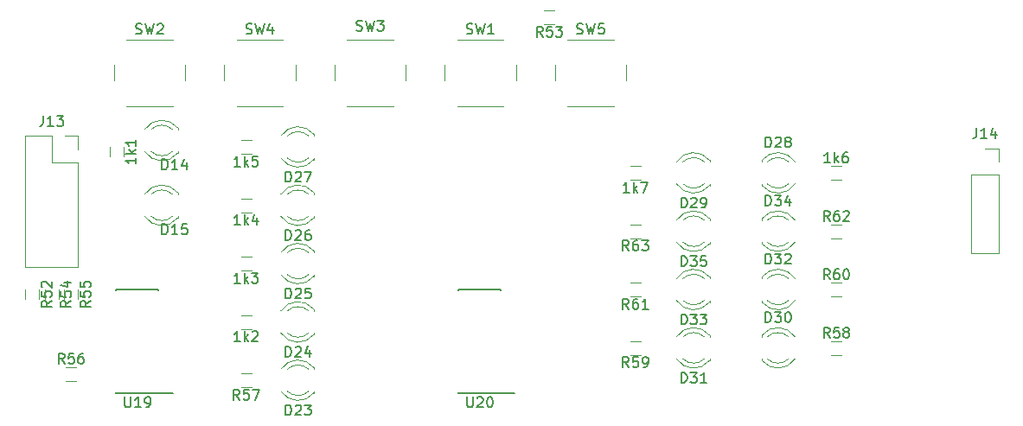
<source format=gbr>
G04 #@! TF.GenerationSoftware,KiCad,Pcbnew,(5.1.5)-3*
G04 #@! TF.CreationDate,2020-07-08T10:13:06+02:00*
G04 #@! TF.ProjectId,SBIO3,5342494f-332e-46b6-9963-61645f706362,rev?*
G04 #@! TF.SameCoordinates,Original*
G04 #@! TF.FileFunction,Legend,Top*
G04 #@! TF.FilePolarity,Positive*
%FSLAX46Y46*%
G04 Gerber Fmt 4.6, Leading zero omitted, Abs format (unit mm)*
G04 Created by KiCad (PCBNEW (5.1.5)-3) date 2020-07-08 10:13:06*
%MOMM*%
%LPD*%
G04 APERTURE LIST*
%ADD10C,0.120000*%
%ADD11C,0.150000*%
G04 APERTURE END LIST*
D10*
X69815000Y-162284000D02*
X71145000Y-162284000D01*
X71145000Y-162284000D02*
X71145000Y-163614000D01*
X68545000Y-162284000D02*
X68545000Y-164884000D01*
X68545000Y-164884000D02*
X71145000Y-164884000D01*
X71145000Y-164884000D02*
X71145000Y-175104000D01*
X65945000Y-175104000D02*
X71145000Y-175104000D01*
X65945000Y-162284000D02*
X65945000Y-175104000D01*
X65945000Y-162284000D02*
X68545000Y-162284000D01*
X159921500Y-163490500D02*
X161251500Y-163490500D01*
X161251500Y-163490500D02*
X161251500Y-164820500D01*
X161251500Y-166090500D02*
X161251500Y-173770500D01*
X158591500Y-173770500D02*
X161251500Y-173770500D01*
X158591500Y-166090500D02*
X158591500Y-173770500D01*
X158591500Y-166090500D02*
X161251500Y-166090500D01*
X78298870Y-167995163D02*
G75*
G02X80380961Y-167995000I1041130J-1079837D01*
G01*
X78298870Y-170154837D02*
G75*
G03X80380961Y-170155000I1041130J1079837D01*
G01*
X77667665Y-167996392D02*
G75*
G02X80900000Y-167839484I1672335J-1078608D01*
G01*
X77667665Y-170153608D02*
G75*
G03X80900000Y-170310516I1672335J1078608D01*
G01*
X80900000Y-167995000D02*
X80900000Y-167839000D01*
X80900000Y-170311000D02*
X80900000Y-170155000D01*
X78298870Y-161645163D02*
G75*
G02X80380961Y-161645000I1041130J-1079837D01*
G01*
X78298870Y-163804837D02*
G75*
G03X80380961Y-163805000I1041130J1079837D01*
G01*
X77667665Y-161646392D02*
G75*
G02X80900000Y-161489484I1672335J-1078608D01*
G01*
X77667665Y-163803608D02*
G75*
G03X80900000Y-163960516I1672335J1078608D01*
G01*
X80900000Y-161645000D02*
X80900000Y-161489000D01*
X80900000Y-163961000D02*
X80900000Y-163805000D01*
D11*
X79035000Y-187485000D02*
X79035000Y-187460000D01*
X74885000Y-187485000D02*
X74885000Y-187380000D01*
X74885000Y-177335000D02*
X74885000Y-177440000D01*
X79035000Y-177335000D02*
X79035000Y-177440000D01*
X79035000Y-187485000D02*
X74885000Y-187485000D01*
X79035000Y-177335000D02*
X74885000Y-177335000D01*
X79035000Y-187460000D02*
X80410000Y-187460000D01*
D10*
X114030000Y-156835000D02*
X114030000Y-155335000D01*
X112780000Y-152835000D02*
X108280000Y-152835000D01*
X107030000Y-155335000D02*
X107030000Y-156835000D01*
X108280000Y-159335000D02*
X112780000Y-159335000D01*
X75895000Y-159335000D02*
X80395000Y-159335000D01*
X74645000Y-155335000D02*
X74645000Y-156835000D01*
X80395000Y-152835000D02*
X75895000Y-152835000D01*
X81645000Y-156835000D02*
X81645000Y-155335000D01*
D11*
X112530000Y-187460000D02*
X113905000Y-187460000D01*
X112530000Y-177335000D02*
X108380000Y-177335000D01*
X112530000Y-187485000D02*
X108380000Y-187485000D01*
X112530000Y-177335000D02*
X112530000Y-177440000D01*
X108380000Y-177335000D02*
X108380000Y-177440000D01*
X108380000Y-187485000D02*
X108380000Y-187380000D01*
X112530000Y-187485000D02*
X112530000Y-187460000D01*
D10*
X86690000Y-159335000D02*
X91190000Y-159335000D01*
X85440000Y-155335000D02*
X85440000Y-156835000D01*
X91190000Y-152835000D02*
X86690000Y-152835000D01*
X92440000Y-156835000D02*
X92440000Y-155335000D01*
X124825000Y-156835000D02*
X124825000Y-155335000D01*
X123575000Y-152835000D02*
X119075000Y-152835000D01*
X117825000Y-155335000D02*
X117825000Y-156835000D01*
X119075000Y-159335000D02*
X123575000Y-159335000D01*
X103235000Y-156835000D02*
X103235000Y-155335000D01*
X101985000Y-152835000D02*
X97485000Y-152835000D01*
X96235000Y-155335000D02*
X96235000Y-156835000D01*
X97485000Y-159335000D02*
X101985000Y-159335000D01*
X132970000Y-170535000D02*
X132970000Y-170379000D01*
X132970000Y-172851000D02*
X132970000Y-172695000D01*
X130368870Y-170535163D02*
G75*
G02X132450961Y-170535000I1041130J-1079837D01*
G01*
X130368870Y-172694837D02*
G75*
G03X132450961Y-172695000I1041130J1079837D01*
G01*
X129737665Y-170536392D02*
G75*
G02X132970000Y-170379484I1672335J-1078608D01*
G01*
X129737665Y-172693608D02*
G75*
G03X132970000Y-172850516I1672335J1078608D01*
G01*
X88095000Y-186900000D02*
X87095000Y-186900000D01*
X87095000Y-185540000D02*
X88095000Y-185540000D01*
X145880000Y-172295000D02*
X144880000Y-172295000D01*
X144880000Y-170935000D02*
X145880000Y-170935000D01*
X91002665Y-187298608D02*
G75*
G03X94235000Y-187455516I1672335J1078608D01*
G01*
X91002665Y-185141392D02*
G75*
G02X94235000Y-184984484I1672335J-1078608D01*
G01*
X91633870Y-187299837D02*
G75*
G03X93715961Y-187300000I1041130J1079837D01*
G01*
X91633870Y-185140163D02*
G75*
G02X93715961Y-185140000I1041130J-1079837D01*
G01*
X94235000Y-187456000D02*
X94235000Y-187300000D01*
X94235000Y-185140000D02*
X94235000Y-184984000D01*
X94235000Y-167995000D02*
X94235000Y-167839000D01*
X94235000Y-170311000D02*
X94235000Y-170155000D01*
X91633870Y-167995163D02*
G75*
G02X93715961Y-167995000I1041130J-1079837D01*
G01*
X91633870Y-170154837D02*
G75*
G03X93715961Y-170155000I1041130J1079837D01*
G01*
X91002665Y-167996392D02*
G75*
G02X94235000Y-167839484I1672335J-1078608D01*
G01*
X91002665Y-170153608D02*
G75*
G03X94235000Y-170310516I1672335J1078608D01*
G01*
X94235000Y-162280000D02*
X94235000Y-162124000D01*
X94235000Y-164596000D02*
X94235000Y-164440000D01*
X91633870Y-162280163D02*
G75*
G02X93715961Y-162280000I1041130J-1079837D01*
G01*
X91633870Y-164439837D02*
G75*
G03X93715961Y-164440000I1041130J1079837D01*
G01*
X91002665Y-162281392D02*
G75*
G02X94235000Y-162124484I1672335J-1078608D01*
G01*
X91002665Y-164438608D02*
G75*
G03X94235000Y-164595516I1672335J1078608D01*
G01*
X129737665Y-184123608D02*
G75*
G03X132970000Y-184280516I1672335J1078608D01*
G01*
X129737665Y-181966392D02*
G75*
G02X132970000Y-181809484I1672335J-1078608D01*
G01*
X130368870Y-184124837D02*
G75*
G03X132450961Y-184125000I1041130J1079837D01*
G01*
X130368870Y-181965163D02*
G75*
G02X132450961Y-181965000I1041130J-1079837D01*
G01*
X132970000Y-184281000D02*
X132970000Y-184125000D01*
X132970000Y-181965000D02*
X132970000Y-181809000D01*
X141337335Y-176251392D02*
G75*
G03X138105000Y-176094484I-1672335J-1078608D01*
G01*
X141337335Y-178408608D02*
G75*
G02X138105000Y-178565516I-1672335J1078608D01*
G01*
X140706130Y-176250163D02*
G75*
G03X138624039Y-176250000I-1041130J-1079837D01*
G01*
X140706130Y-178409837D02*
G75*
G02X138624039Y-178410000I-1041130J1079837D01*
G01*
X138105000Y-176094000D02*
X138105000Y-176250000D01*
X138105000Y-178410000D02*
X138105000Y-178566000D01*
X132970000Y-164820000D02*
X132970000Y-164664000D01*
X132970000Y-167136000D02*
X132970000Y-166980000D01*
X130368870Y-164820163D02*
G75*
G02X132450961Y-164820000I1041130J-1079837D01*
G01*
X130368870Y-166979837D02*
G75*
G03X132450961Y-166980000I1041130J1079837D01*
G01*
X129737665Y-164821392D02*
G75*
G02X132970000Y-164664484I1672335J-1078608D01*
G01*
X129737665Y-166978608D02*
G75*
G03X132970000Y-167135516I1672335J1078608D01*
G01*
X65960000Y-178295000D02*
X65960000Y-177295000D01*
X67320000Y-177295000D02*
X67320000Y-178295000D01*
X69950000Y-184905000D02*
X70950000Y-184905000D01*
X70950000Y-186265000D02*
X69950000Y-186265000D01*
X126195000Y-178010000D02*
X125195000Y-178010000D01*
X125195000Y-176650000D02*
X126195000Y-176650000D01*
X88095000Y-169755000D02*
X87095000Y-169755000D01*
X87095000Y-168395000D02*
X88095000Y-168395000D01*
X125195000Y-165220000D02*
X126195000Y-165220000D01*
X126195000Y-166580000D02*
X125195000Y-166580000D01*
X94235000Y-173710000D02*
X94235000Y-173554000D01*
X94235000Y-176026000D02*
X94235000Y-175870000D01*
X91633870Y-173710163D02*
G75*
G02X93715961Y-173710000I1041130J-1079837D01*
G01*
X91633870Y-175869837D02*
G75*
G03X93715961Y-175870000I1041130J1079837D01*
G01*
X91002665Y-173711392D02*
G75*
G02X94235000Y-173554484I1672335J-1078608D01*
G01*
X91002665Y-175868608D02*
G75*
G03X94235000Y-176025516I1672335J1078608D01*
G01*
X141337335Y-170536392D02*
G75*
G03X138105000Y-170379484I-1672335J-1078608D01*
G01*
X141337335Y-172693608D02*
G75*
G02X138105000Y-172850516I-1672335J1078608D01*
G01*
X140706130Y-170535163D02*
G75*
G03X138624039Y-170535000I-1041130J-1079837D01*
G01*
X140706130Y-172694837D02*
G75*
G02X138624039Y-172695000I-1041130J1079837D01*
G01*
X138105000Y-170379000D02*
X138105000Y-170535000D01*
X138105000Y-172695000D02*
X138105000Y-172851000D01*
X87095000Y-162680000D02*
X88095000Y-162680000D01*
X88095000Y-164040000D02*
X87095000Y-164040000D01*
X74215000Y-164325000D02*
X74215000Y-163325000D01*
X75575000Y-163325000D02*
X75575000Y-164325000D01*
X87095000Y-174110000D02*
X88095000Y-174110000D01*
X88095000Y-175470000D02*
X87095000Y-175470000D01*
X88095000Y-181185000D02*
X87095000Y-181185000D01*
X87095000Y-179825000D02*
X88095000Y-179825000D01*
X141337335Y-181966392D02*
G75*
G03X138105000Y-181809484I-1672335J-1078608D01*
G01*
X141337335Y-184123608D02*
G75*
G02X138105000Y-184280516I-1672335J1078608D01*
G01*
X140706130Y-181965163D02*
G75*
G03X138624039Y-181965000I-1041130J-1079837D01*
G01*
X140706130Y-184124837D02*
G75*
G02X138624039Y-184125000I-1041130J1079837D01*
G01*
X138105000Y-181809000D02*
X138105000Y-181965000D01*
X138105000Y-184125000D02*
X138105000Y-184281000D01*
X129737665Y-178408608D02*
G75*
G03X132970000Y-178565516I1672335J1078608D01*
G01*
X129737665Y-176251392D02*
G75*
G02X132970000Y-176094484I1672335J-1078608D01*
G01*
X130368870Y-178409837D02*
G75*
G03X132450961Y-178410000I1041130J1079837D01*
G01*
X130368870Y-176250163D02*
G75*
G02X132450961Y-176250000I1041130J-1079837D01*
G01*
X132970000Y-178566000D02*
X132970000Y-178410000D01*
X132970000Y-176250000D02*
X132970000Y-176094000D01*
X69225000Y-177295000D02*
X69225000Y-178295000D01*
X67865000Y-178295000D02*
X67865000Y-177295000D01*
X138105000Y-166980000D02*
X138105000Y-167136000D01*
X138105000Y-164664000D02*
X138105000Y-164820000D01*
X140706130Y-166979837D02*
G75*
G02X138624039Y-166980000I-1041130J1079837D01*
G01*
X140706130Y-164820163D02*
G75*
G03X138624039Y-164820000I-1041130J-1079837D01*
G01*
X141337335Y-166978608D02*
G75*
G02X138105000Y-167135516I-1672335J1078608D01*
G01*
X141337335Y-164821392D02*
G75*
G03X138105000Y-164664484I-1672335J-1078608D01*
G01*
X71130000Y-177295000D02*
X71130000Y-178295000D01*
X69770000Y-178295000D02*
X69770000Y-177295000D01*
X144880000Y-182365000D02*
X145880000Y-182365000D01*
X145880000Y-183725000D02*
X144880000Y-183725000D01*
X116770000Y-149980000D02*
X117770000Y-149980000D01*
X117770000Y-151340000D02*
X116770000Y-151340000D01*
X144880000Y-165220000D02*
X145880000Y-165220000D01*
X145880000Y-166580000D02*
X144880000Y-166580000D01*
X125195000Y-182365000D02*
X126195000Y-182365000D01*
X126195000Y-183725000D02*
X125195000Y-183725000D01*
X144880000Y-176650000D02*
X145880000Y-176650000D01*
X145880000Y-178010000D02*
X144880000Y-178010000D01*
X125195000Y-170935000D02*
X126195000Y-170935000D01*
X126195000Y-172295000D02*
X125195000Y-172295000D01*
X94235000Y-179425000D02*
X94235000Y-179269000D01*
X94235000Y-181741000D02*
X94235000Y-181585000D01*
X91633870Y-179425163D02*
G75*
G02X93715961Y-179425000I1041130J-1079837D01*
G01*
X91633870Y-181584837D02*
G75*
G03X93715961Y-181585000I1041130J1079837D01*
G01*
X91002665Y-179426392D02*
G75*
G02X94235000Y-179269484I1672335J-1078608D01*
G01*
X91002665Y-181583608D02*
G75*
G03X94235000Y-181740516I1672335J1078608D01*
G01*
D11*
X67735476Y-160296380D02*
X67735476Y-161010666D01*
X67687857Y-161153523D01*
X67592619Y-161248761D01*
X67449761Y-161296380D01*
X67354523Y-161296380D01*
X68735476Y-161296380D02*
X68164047Y-161296380D01*
X68449761Y-161296380D02*
X68449761Y-160296380D01*
X68354523Y-160439238D01*
X68259285Y-160534476D01*
X68164047Y-160582095D01*
X69068809Y-160296380D02*
X69687857Y-160296380D01*
X69354523Y-160677333D01*
X69497380Y-160677333D01*
X69592619Y-160724952D01*
X69640238Y-160772571D01*
X69687857Y-160867809D01*
X69687857Y-161105904D01*
X69640238Y-161201142D01*
X69592619Y-161248761D01*
X69497380Y-161296380D01*
X69211666Y-161296380D01*
X69116428Y-161248761D01*
X69068809Y-161201142D01*
X159111976Y-161502880D02*
X159111976Y-162217166D01*
X159064357Y-162360023D01*
X158969119Y-162455261D01*
X158826261Y-162502880D01*
X158731023Y-162502880D01*
X160111976Y-162502880D02*
X159540547Y-162502880D01*
X159826261Y-162502880D02*
X159826261Y-161502880D01*
X159731023Y-161645738D01*
X159635785Y-161740976D01*
X159540547Y-161788595D01*
X160969119Y-161836214D02*
X160969119Y-162502880D01*
X160731023Y-161455261D02*
X160492928Y-162169547D01*
X161111976Y-162169547D01*
X79370314Y-171914980D02*
X79370314Y-170914980D01*
X79608409Y-170914980D01*
X79751266Y-170962600D01*
X79846504Y-171057838D01*
X79894123Y-171153076D01*
X79941742Y-171343552D01*
X79941742Y-171486409D01*
X79894123Y-171676885D01*
X79846504Y-171772123D01*
X79751266Y-171867361D01*
X79608409Y-171914980D01*
X79370314Y-171914980D01*
X80894123Y-171914980D02*
X80322695Y-171914980D01*
X80608409Y-171914980D02*
X80608409Y-170914980D01*
X80513171Y-171057838D01*
X80417933Y-171153076D01*
X80322695Y-171200695D01*
X81798885Y-170914980D02*
X81322695Y-170914980D01*
X81275076Y-171391171D01*
X81322695Y-171343552D01*
X81417933Y-171295933D01*
X81656028Y-171295933D01*
X81751266Y-171343552D01*
X81798885Y-171391171D01*
X81846504Y-171486409D01*
X81846504Y-171724504D01*
X81798885Y-171819742D01*
X81751266Y-171867361D01*
X81656028Y-171914980D01*
X81417933Y-171914980D01*
X81322695Y-171867361D01*
X81275076Y-171819742D01*
X79370314Y-165564980D02*
X79370314Y-164564980D01*
X79608409Y-164564980D01*
X79751266Y-164612600D01*
X79846504Y-164707838D01*
X79894123Y-164803076D01*
X79941742Y-164993552D01*
X79941742Y-165136409D01*
X79894123Y-165326885D01*
X79846504Y-165422123D01*
X79751266Y-165517361D01*
X79608409Y-165564980D01*
X79370314Y-165564980D01*
X80894123Y-165564980D02*
X80322695Y-165564980D01*
X80608409Y-165564980D02*
X80608409Y-164564980D01*
X80513171Y-164707838D01*
X80417933Y-164803076D01*
X80322695Y-164850695D01*
X81751266Y-164898314D02*
X81751266Y-165564980D01*
X81513171Y-164517361D02*
X81275076Y-165231647D01*
X81894123Y-165231647D01*
X75721904Y-187862380D02*
X75721904Y-188671904D01*
X75769523Y-188767142D01*
X75817142Y-188814761D01*
X75912380Y-188862380D01*
X76102857Y-188862380D01*
X76198095Y-188814761D01*
X76245714Y-188767142D01*
X76293333Y-188671904D01*
X76293333Y-187862380D01*
X77293333Y-188862380D02*
X76721904Y-188862380D01*
X77007619Y-188862380D02*
X77007619Y-187862380D01*
X76912380Y-188005238D01*
X76817142Y-188100476D01*
X76721904Y-188148095D01*
X77769523Y-188862380D02*
X77960000Y-188862380D01*
X78055238Y-188814761D01*
X78102857Y-188767142D01*
X78198095Y-188624285D01*
X78245714Y-188433809D01*
X78245714Y-188052857D01*
X78198095Y-187957619D01*
X78150476Y-187910000D01*
X78055238Y-187862380D01*
X77864761Y-187862380D01*
X77769523Y-187910000D01*
X77721904Y-187957619D01*
X77674285Y-188052857D01*
X77674285Y-188290952D01*
X77721904Y-188386190D01*
X77769523Y-188433809D01*
X77864761Y-188481428D01*
X78055238Y-188481428D01*
X78150476Y-188433809D01*
X78198095Y-188386190D01*
X78245714Y-188290952D01*
X109196666Y-152239761D02*
X109339523Y-152287380D01*
X109577619Y-152287380D01*
X109672857Y-152239761D01*
X109720476Y-152192142D01*
X109768095Y-152096904D01*
X109768095Y-152001666D01*
X109720476Y-151906428D01*
X109672857Y-151858809D01*
X109577619Y-151811190D01*
X109387142Y-151763571D01*
X109291904Y-151715952D01*
X109244285Y-151668333D01*
X109196666Y-151573095D01*
X109196666Y-151477857D01*
X109244285Y-151382619D01*
X109291904Y-151335000D01*
X109387142Y-151287380D01*
X109625238Y-151287380D01*
X109768095Y-151335000D01*
X110101428Y-151287380D02*
X110339523Y-152287380D01*
X110530000Y-151573095D01*
X110720476Y-152287380D01*
X110958571Y-151287380D01*
X111863333Y-152287380D02*
X111291904Y-152287380D01*
X111577619Y-152287380D02*
X111577619Y-151287380D01*
X111482380Y-151430238D01*
X111387142Y-151525476D01*
X111291904Y-151573095D01*
X76811666Y-152239761D02*
X76954523Y-152287380D01*
X77192619Y-152287380D01*
X77287857Y-152239761D01*
X77335476Y-152192142D01*
X77383095Y-152096904D01*
X77383095Y-152001666D01*
X77335476Y-151906428D01*
X77287857Y-151858809D01*
X77192619Y-151811190D01*
X77002142Y-151763571D01*
X76906904Y-151715952D01*
X76859285Y-151668333D01*
X76811666Y-151573095D01*
X76811666Y-151477857D01*
X76859285Y-151382619D01*
X76906904Y-151335000D01*
X77002142Y-151287380D01*
X77240238Y-151287380D01*
X77383095Y-151335000D01*
X77716428Y-151287380D02*
X77954523Y-152287380D01*
X78145000Y-151573095D01*
X78335476Y-152287380D01*
X78573571Y-151287380D01*
X78906904Y-151382619D02*
X78954523Y-151335000D01*
X79049761Y-151287380D01*
X79287857Y-151287380D01*
X79383095Y-151335000D01*
X79430714Y-151382619D01*
X79478333Y-151477857D01*
X79478333Y-151573095D01*
X79430714Y-151715952D01*
X78859285Y-152287380D01*
X79478333Y-152287380D01*
X109216904Y-187862380D02*
X109216904Y-188671904D01*
X109264523Y-188767142D01*
X109312142Y-188814761D01*
X109407380Y-188862380D01*
X109597857Y-188862380D01*
X109693095Y-188814761D01*
X109740714Y-188767142D01*
X109788333Y-188671904D01*
X109788333Y-187862380D01*
X110216904Y-187957619D02*
X110264523Y-187910000D01*
X110359761Y-187862380D01*
X110597857Y-187862380D01*
X110693095Y-187910000D01*
X110740714Y-187957619D01*
X110788333Y-188052857D01*
X110788333Y-188148095D01*
X110740714Y-188290952D01*
X110169285Y-188862380D01*
X110788333Y-188862380D01*
X111407380Y-187862380D02*
X111502619Y-187862380D01*
X111597857Y-187910000D01*
X111645476Y-187957619D01*
X111693095Y-188052857D01*
X111740714Y-188243333D01*
X111740714Y-188481428D01*
X111693095Y-188671904D01*
X111645476Y-188767142D01*
X111597857Y-188814761D01*
X111502619Y-188862380D01*
X111407380Y-188862380D01*
X111312142Y-188814761D01*
X111264523Y-188767142D01*
X111216904Y-188671904D01*
X111169285Y-188481428D01*
X111169285Y-188243333D01*
X111216904Y-188052857D01*
X111264523Y-187957619D01*
X111312142Y-187910000D01*
X111407380Y-187862380D01*
X87606666Y-152239761D02*
X87749523Y-152287380D01*
X87987619Y-152287380D01*
X88082857Y-152239761D01*
X88130476Y-152192142D01*
X88178095Y-152096904D01*
X88178095Y-152001666D01*
X88130476Y-151906428D01*
X88082857Y-151858809D01*
X87987619Y-151811190D01*
X87797142Y-151763571D01*
X87701904Y-151715952D01*
X87654285Y-151668333D01*
X87606666Y-151573095D01*
X87606666Y-151477857D01*
X87654285Y-151382619D01*
X87701904Y-151335000D01*
X87797142Y-151287380D01*
X88035238Y-151287380D01*
X88178095Y-151335000D01*
X88511428Y-151287380D02*
X88749523Y-152287380D01*
X88940000Y-151573095D01*
X89130476Y-152287380D01*
X89368571Y-151287380D01*
X90178095Y-151620714D02*
X90178095Y-152287380D01*
X89940000Y-151239761D02*
X89701904Y-151954047D01*
X90320952Y-151954047D01*
X119991666Y-152239761D02*
X120134523Y-152287380D01*
X120372619Y-152287380D01*
X120467857Y-152239761D01*
X120515476Y-152192142D01*
X120563095Y-152096904D01*
X120563095Y-152001666D01*
X120515476Y-151906428D01*
X120467857Y-151858809D01*
X120372619Y-151811190D01*
X120182142Y-151763571D01*
X120086904Y-151715952D01*
X120039285Y-151668333D01*
X119991666Y-151573095D01*
X119991666Y-151477857D01*
X120039285Y-151382619D01*
X120086904Y-151335000D01*
X120182142Y-151287380D01*
X120420238Y-151287380D01*
X120563095Y-151335000D01*
X120896428Y-151287380D02*
X121134523Y-152287380D01*
X121325000Y-151573095D01*
X121515476Y-152287380D01*
X121753571Y-151287380D01*
X122610714Y-151287380D02*
X122134523Y-151287380D01*
X122086904Y-151763571D01*
X122134523Y-151715952D01*
X122229761Y-151668333D01*
X122467857Y-151668333D01*
X122563095Y-151715952D01*
X122610714Y-151763571D01*
X122658333Y-151858809D01*
X122658333Y-152096904D01*
X122610714Y-152192142D01*
X122563095Y-152239761D01*
X122467857Y-152287380D01*
X122229761Y-152287380D01*
X122134523Y-152239761D01*
X122086904Y-152192142D01*
X98393665Y-151923760D02*
X98536522Y-151971379D01*
X98774618Y-151971379D01*
X98869856Y-151923760D01*
X98917475Y-151876141D01*
X98965094Y-151780903D01*
X98965094Y-151685665D01*
X98917475Y-151590427D01*
X98869856Y-151542808D01*
X98774618Y-151495189D01*
X98584141Y-151447570D01*
X98488903Y-151399951D01*
X98441284Y-151352332D01*
X98393665Y-151257094D01*
X98393665Y-151161856D01*
X98441284Y-151066618D01*
X98488903Y-151018999D01*
X98584141Y-150971379D01*
X98822237Y-150971379D01*
X98965094Y-151018999D01*
X99298427Y-150971379D02*
X99536522Y-151971379D01*
X99726999Y-151257094D01*
X99917475Y-151971379D01*
X100155570Y-150971379D01*
X100441284Y-150971379D02*
X101060332Y-150971379D01*
X100726999Y-151352332D01*
X100869856Y-151352332D01*
X100965094Y-151399951D01*
X101012713Y-151447570D01*
X101060332Y-151542808D01*
X101060332Y-151780903D01*
X101012713Y-151876141D01*
X100965094Y-151923760D01*
X100869856Y-151971379D01*
X100584141Y-151971379D01*
X100488903Y-151923760D01*
X100441284Y-151876141D01*
X130195714Y-175027380D02*
X130195714Y-174027380D01*
X130433809Y-174027380D01*
X130576666Y-174075000D01*
X130671904Y-174170238D01*
X130719523Y-174265476D01*
X130767142Y-174455952D01*
X130767142Y-174598809D01*
X130719523Y-174789285D01*
X130671904Y-174884523D01*
X130576666Y-174979761D01*
X130433809Y-175027380D01*
X130195714Y-175027380D01*
X131100476Y-174027380D02*
X131719523Y-174027380D01*
X131386190Y-174408333D01*
X131529047Y-174408333D01*
X131624285Y-174455952D01*
X131671904Y-174503571D01*
X131719523Y-174598809D01*
X131719523Y-174836904D01*
X131671904Y-174932142D01*
X131624285Y-174979761D01*
X131529047Y-175027380D01*
X131243333Y-175027380D01*
X131148095Y-174979761D01*
X131100476Y-174932142D01*
X132624285Y-174027380D02*
X132148095Y-174027380D01*
X132100476Y-174503571D01*
X132148095Y-174455952D01*
X132243333Y-174408333D01*
X132481428Y-174408333D01*
X132576666Y-174455952D01*
X132624285Y-174503571D01*
X132671904Y-174598809D01*
X132671904Y-174836904D01*
X132624285Y-174932142D01*
X132576666Y-174979761D01*
X132481428Y-175027380D01*
X132243333Y-175027380D01*
X132148095Y-174979761D01*
X132100476Y-174932142D01*
X86952142Y-188122380D02*
X86618809Y-187646190D01*
X86380714Y-188122380D02*
X86380714Y-187122380D01*
X86761666Y-187122380D01*
X86856904Y-187170000D01*
X86904523Y-187217619D01*
X86952142Y-187312857D01*
X86952142Y-187455714D01*
X86904523Y-187550952D01*
X86856904Y-187598571D01*
X86761666Y-187646190D01*
X86380714Y-187646190D01*
X87856904Y-187122380D02*
X87380714Y-187122380D01*
X87333095Y-187598571D01*
X87380714Y-187550952D01*
X87475952Y-187503333D01*
X87714047Y-187503333D01*
X87809285Y-187550952D01*
X87856904Y-187598571D01*
X87904523Y-187693809D01*
X87904523Y-187931904D01*
X87856904Y-188027142D01*
X87809285Y-188074761D01*
X87714047Y-188122380D01*
X87475952Y-188122380D01*
X87380714Y-188074761D01*
X87333095Y-188027142D01*
X88237857Y-187122380D02*
X88904523Y-187122380D01*
X88475952Y-188122380D01*
X144737142Y-170617380D02*
X144403809Y-170141190D01*
X144165714Y-170617380D02*
X144165714Y-169617380D01*
X144546666Y-169617380D01*
X144641904Y-169665000D01*
X144689523Y-169712619D01*
X144737142Y-169807857D01*
X144737142Y-169950714D01*
X144689523Y-170045952D01*
X144641904Y-170093571D01*
X144546666Y-170141190D01*
X144165714Y-170141190D01*
X145594285Y-169617380D02*
X145403809Y-169617380D01*
X145308571Y-169665000D01*
X145260952Y-169712619D01*
X145165714Y-169855476D01*
X145118095Y-170045952D01*
X145118095Y-170426904D01*
X145165714Y-170522142D01*
X145213333Y-170569761D01*
X145308571Y-170617380D01*
X145499047Y-170617380D01*
X145594285Y-170569761D01*
X145641904Y-170522142D01*
X145689523Y-170426904D01*
X145689523Y-170188809D01*
X145641904Y-170093571D01*
X145594285Y-170045952D01*
X145499047Y-169998333D01*
X145308571Y-169998333D01*
X145213333Y-170045952D01*
X145165714Y-170093571D01*
X145118095Y-170188809D01*
X146070476Y-169712619D02*
X146118095Y-169665000D01*
X146213333Y-169617380D01*
X146451428Y-169617380D01*
X146546666Y-169665000D01*
X146594285Y-169712619D01*
X146641904Y-169807857D01*
X146641904Y-169903095D01*
X146594285Y-170045952D01*
X146022857Y-170617380D01*
X146641904Y-170617380D01*
X91460714Y-189632380D02*
X91460714Y-188632380D01*
X91698809Y-188632380D01*
X91841666Y-188680000D01*
X91936904Y-188775238D01*
X91984523Y-188870476D01*
X92032142Y-189060952D01*
X92032142Y-189203809D01*
X91984523Y-189394285D01*
X91936904Y-189489523D01*
X91841666Y-189584761D01*
X91698809Y-189632380D01*
X91460714Y-189632380D01*
X92413095Y-188727619D02*
X92460714Y-188680000D01*
X92555952Y-188632380D01*
X92794047Y-188632380D01*
X92889285Y-188680000D01*
X92936904Y-188727619D01*
X92984523Y-188822857D01*
X92984523Y-188918095D01*
X92936904Y-189060952D01*
X92365476Y-189632380D01*
X92984523Y-189632380D01*
X93317857Y-188632380D02*
X93936904Y-188632380D01*
X93603571Y-189013333D01*
X93746428Y-189013333D01*
X93841666Y-189060952D01*
X93889285Y-189108571D01*
X93936904Y-189203809D01*
X93936904Y-189441904D01*
X93889285Y-189537142D01*
X93841666Y-189584761D01*
X93746428Y-189632380D01*
X93460714Y-189632380D01*
X93365476Y-189584761D01*
X93317857Y-189537142D01*
X91460714Y-172487380D02*
X91460714Y-171487380D01*
X91698809Y-171487380D01*
X91841666Y-171535000D01*
X91936904Y-171630238D01*
X91984523Y-171725476D01*
X92032142Y-171915952D01*
X92032142Y-172058809D01*
X91984523Y-172249285D01*
X91936904Y-172344523D01*
X91841666Y-172439761D01*
X91698809Y-172487380D01*
X91460714Y-172487380D01*
X92413095Y-171582619D02*
X92460714Y-171535000D01*
X92555952Y-171487380D01*
X92794047Y-171487380D01*
X92889285Y-171535000D01*
X92936904Y-171582619D01*
X92984523Y-171677857D01*
X92984523Y-171773095D01*
X92936904Y-171915952D01*
X92365476Y-172487380D01*
X92984523Y-172487380D01*
X93841666Y-171487380D02*
X93651190Y-171487380D01*
X93555952Y-171535000D01*
X93508333Y-171582619D01*
X93413095Y-171725476D01*
X93365476Y-171915952D01*
X93365476Y-172296904D01*
X93413095Y-172392142D01*
X93460714Y-172439761D01*
X93555952Y-172487380D01*
X93746428Y-172487380D01*
X93841666Y-172439761D01*
X93889285Y-172392142D01*
X93936904Y-172296904D01*
X93936904Y-172058809D01*
X93889285Y-171963571D01*
X93841666Y-171915952D01*
X93746428Y-171868333D01*
X93555952Y-171868333D01*
X93460714Y-171915952D01*
X93413095Y-171963571D01*
X93365476Y-172058809D01*
X91460714Y-166772380D02*
X91460714Y-165772380D01*
X91698809Y-165772380D01*
X91841666Y-165820000D01*
X91936904Y-165915238D01*
X91984523Y-166010476D01*
X92032142Y-166200952D01*
X92032142Y-166343809D01*
X91984523Y-166534285D01*
X91936904Y-166629523D01*
X91841666Y-166724761D01*
X91698809Y-166772380D01*
X91460714Y-166772380D01*
X92413095Y-165867619D02*
X92460714Y-165820000D01*
X92555952Y-165772380D01*
X92794047Y-165772380D01*
X92889285Y-165820000D01*
X92936904Y-165867619D01*
X92984523Y-165962857D01*
X92984523Y-166058095D01*
X92936904Y-166200952D01*
X92365476Y-166772380D01*
X92984523Y-166772380D01*
X93317857Y-165772380D02*
X93984523Y-165772380D01*
X93555952Y-166772380D01*
X130195714Y-186457380D02*
X130195714Y-185457380D01*
X130433809Y-185457380D01*
X130576666Y-185505000D01*
X130671904Y-185600238D01*
X130719523Y-185695476D01*
X130767142Y-185885952D01*
X130767142Y-186028809D01*
X130719523Y-186219285D01*
X130671904Y-186314523D01*
X130576666Y-186409761D01*
X130433809Y-186457380D01*
X130195714Y-186457380D01*
X131100476Y-185457380D02*
X131719523Y-185457380D01*
X131386190Y-185838333D01*
X131529047Y-185838333D01*
X131624285Y-185885952D01*
X131671904Y-185933571D01*
X131719523Y-186028809D01*
X131719523Y-186266904D01*
X131671904Y-186362142D01*
X131624285Y-186409761D01*
X131529047Y-186457380D01*
X131243333Y-186457380D01*
X131148095Y-186409761D01*
X131100476Y-186362142D01*
X132671904Y-186457380D02*
X132100476Y-186457380D01*
X132386190Y-186457380D02*
X132386190Y-185457380D01*
X132290952Y-185600238D01*
X132195714Y-185695476D01*
X132100476Y-185743095D01*
X138450714Y-174822380D02*
X138450714Y-173822380D01*
X138688809Y-173822380D01*
X138831666Y-173870000D01*
X138926904Y-173965238D01*
X138974523Y-174060476D01*
X139022142Y-174250952D01*
X139022142Y-174393809D01*
X138974523Y-174584285D01*
X138926904Y-174679523D01*
X138831666Y-174774761D01*
X138688809Y-174822380D01*
X138450714Y-174822380D01*
X139355476Y-173822380D02*
X139974523Y-173822380D01*
X139641190Y-174203333D01*
X139784047Y-174203333D01*
X139879285Y-174250952D01*
X139926904Y-174298571D01*
X139974523Y-174393809D01*
X139974523Y-174631904D01*
X139926904Y-174727142D01*
X139879285Y-174774761D01*
X139784047Y-174822380D01*
X139498333Y-174822380D01*
X139403095Y-174774761D01*
X139355476Y-174727142D01*
X140355476Y-173917619D02*
X140403095Y-173870000D01*
X140498333Y-173822380D01*
X140736428Y-173822380D01*
X140831666Y-173870000D01*
X140879285Y-173917619D01*
X140926904Y-174012857D01*
X140926904Y-174108095D01*
X140879285Y-174250952D01*
X140307857Y-174822380D01*
X140926904Y-174822380D01*
X130195714Y-169312380D02*
X130195714Y-168312380D01*
X130433809Y-168312380D01*
X130576666Y-168360000D01*
X130671904Y-168455238D01*
X130719523Y-168550476D01*
X130767142Y-168740952D01*
X130767142Y-168883809D01*
X130719523Y-169074285D01*
X130671904Y-169169523D01*
X130576666Y-169264761D01*
X130433809Y-169312380D01*
X130195714Y-169312380D01*
X131148095Y-168407619D02*
X131195714Y-168360000D01*
X131290952Y-168312380D01*
X131529047Y-168312380D01*
X131624285Y-168360000D01*
X131671904Y-168407619D01*
X131719523Y-168502857D01*
X131719523Y-168598095D01*
X131671904Y-168740952D01*
X131100476Y-169312380D01*
X131719523Y-169312380D01*
X132195714Y-169312380D02*
X132386190Y-169312380D01*
X132481428Y-169264761D01*
X132529047Y-169217142D01*
X132624285Y-169074285D01*
X132671904Y-168883809D01*
X132671904Y-168502857D01*
X132624285Y-168407619D01*
X132576666Y-168360000D01*
X132481428Y-168312380D01*
X132290952Y-168312380D01*
X132195714Y-168360000D01*
X132148095Y-168407619D01*
X132100476Y-168502857D01*
X132100476Y-168740952D01*
X132148095Y-168836190D01*
X132195714Y-168883809D01*
X132290952Y-168931428D01*
X132481428Y-168931428D01*
X132576666Y-168883809D01*
X132624285Y-168836190D01*
X132671904Y-168740952D01*
X68542380Y-178437857D02*
X68066190Y-178771190D01*
X68542380Y-179009285D02*
X67542380Y-179009285D01*
X67542380Y-178628333D01*
X67590000Y-178533095D01*
X67637619Y-178485476D01*
X67732857Y-178437857D01*
X67875714Y-178437857D01*
X67970952Y-178485476D01*
X68018571Y-178533095D01*
X68066190Y-178628333D01*
X68066190Y-179009285D01*
X67542380Y-177533095D02*
X67542380Y-178009285D01*
X68018571Y-178056904D01*
X67970952Y-178009285D01*
X67923333Y-177914047D01*
X67923333Y-177675952D01*
X67970952Y-177580714D01*
X68018571Y-177533095D01*
X68113809Y-177485476D01*
X68351904Y-177485476D01*
X68447142Y-177533095D01*
X68494761Y-177580714D01*
X68542380Y-177675952D01*
X68542380Y-177914047D01*
X68494761Y-178009285D01*
X68447142Y-178056904D01*
X67637619Y-177104523D02*
X67590000Y-177056904D01*
X67542380Y-176961666D01*
X67542380Y-176723571D01*
X67590000Y-176628333D01*
X67637619Y-176580714D01*
X67732857Y-176533095D01*
X67828095Y-176533095D01*
X67970952Y-176580714D01*
X68542380Y-177152142D01*
X68542380Y-176533095D01*
X69807142Y-184587380D02*
X69473809Y-184111190D01*
X69235714Y-184587380D02*
X69235714Y-183587380D01*
X69616666Y-183587380D01*
X69711904Y-183635000D01*
X69759523Y-183682619D01*
X69807142Y-183777857D01*
X69807142Y-183920714D01*
X69759523Y-184015952D01*
X69711904Y-184063571D01*
X69616666Y-184111190D01*
X69235714Y-184111190D01*
X70711904Y-183587380D02*
X70235714Y-183587380D01*
X70188095Y-184063571D01*
X70235714Y-184015952D01*
X70330952Y-183968333D01*
X70569047Y-183968333D01*
X70664285Y-184015952D01*
X70711904Y-184063571D01*
X70759523Y-184158809D01*
X70759523Y-184396904D01*
X70711904Y-184492142D01*
X70664285Y-184539761D01*
X70569047Y-184587380D01*
X70330952Y-184587380D01*
X70235714Y-184539761D01*
X70188095Y-184492142D01*
X71616666Y-183587380D02*
X71426190Y-183587380D01*
X71330952Y-183635000D01*
X71283333Y-183682619D01*
X71188095Y-183825476D01*
X71140476Y-184015952D01*
X71140476Y-184396904D01*
X71188095Y-184492142D01*
X71235714Y-184539761D01*
X71330952Y-184587380D01*
X71521428Y-184587380D01*
X71616666Y-184539761D01*
X71664285Y-184492142D01*
X71711904Y-184396904D01*
X71711904Y-184158809D01*
X71664285Y-184063571D01*
X71616666Y-184015952D01*
X71521428Y-183968333D01*
X71330952Y-183968333D01*
X71235714Y-184015952D01*
X71188095Y-184063571D01*
X71140476Y-184158809D01*
X125052142Y-179232380D02*
X124718809Y-178756190D01*
X124480714Y-179232380D02*
X124480714Y-178232380D01*
X124861666Y-178232380D01*
X124956904Y-178280000D01*
X125004523Y-178327619D01*
X125052142Y-178422857D01*
X125052142Y-178565714D01*
X125004523Y-178660952D01*
X124956904Y-178708571D01*
X124861666Y-178756190D01*
X124480714Y-178756190D01*
X125909285Y-178232380D02*
X125718809Y-178232380D01*
X125623571Y-178280000D01*
X125575952Y-178327619D01*
X125480714Y-178470476D01*
X125433095Y-178660952D01*
X125433095Y-179041904D01*
X125480714Y-179137142D01*
X125528333Y-179184761D01*
X125623571Y-179232380D01*
X125814047Y-179232380D01*
X125909285Y-179184761D01*
X125956904Y-179137142D01*
X126004523Y-179041904D01*
X126004523Y-178803809D01*
X125956904Y-178708571D01*
X125909285Y-178660952D01*
X125814047Y-178613333D01*
X125623571Y-178613333D01*
X125528333Y-178660952D01*
X125480714Y-178708571D01*
X125433095Y-178803809D01*
X126956904Y-179232380D02*
X126385476Y-179232380D01*
X126671190Y-179232380D02*
X126671190Y-178232380D01*
X126575952Y-178375238D01*
X126480714Y-178470476D01*
X126385476Y-178518095D01*
X86999761Y-170977380D02*
X86428333Y-170977380D01*
X86714047Y-170977380D02*
X86714047Y-169977380D01*
X86618809Y-170120238D01*
X86523571Y-170215476D01*
X86428333Y-170263095D01*
X87428333Y-170977380D02*
X87428333Y-169977380D01*
X87523571Y-170596428D02*
X87809285Y-170977380D01*
X87809285Y-170310714D02*
X87428333Y-170691666D01*
X88666428Y-170310714D02*
X88666428Y-170977380D01*
X88428333Y-169929761D02*
X88190238Y-170644047D01*
X88809285Y-170644047D01*
X125099761Y-167802380D02*
X124528333Y-167802380D01*
X124814047Y-167802380D02*
X124814047Y-166802380D01*
X124718809Y-166945238D01*
X124623571Y-167040476D01*
X124528333Y-167088095D01*
X125528333Y-167802380D02*
X125528333Y-166802380D01*
X125623571Y-167421428D02*
X125909285Y-167802380D01*
X125909285Y-167135714D02*
X125528333Y-167516666D01*
X126242619Y-166802380D02*
X126909285Y-166802380D01*
X126480714Y-167802380D01*
X91460714Y-178202380D02*
X91460714Y-177202380D01*
X91698809Y-177202380D01*
X91841666Y-177250000D01*
X91936904Y-177345238D01*
X91984523Y-177440476D01*
X92032142Y-177630952D01*
X92032142Y-177773809D01*
X91984523Y-177964285D01*
X91936904Y-178059523D01*
X91841666Y-178154761D01*
X91698809Y-178202380D01*
X91460714Y-178202380D01*
X92413095Y-177297619D02*
X92460714Y-177250000D01*
X92555952Y-177202380D01*
X92794047Y-177202380D01*
X92889285Y-177250000D01*
X92936904Y-177297619D01*
X92984523Y-177392857D01*
X92984523Y-177488095D01*
X92936904Y-177630952D01*
X92365476Y-178202380D01*
X92984523Y-178202380D01*
X93889285Y-177202380D02*
X93413095Y-177202380D01*
X93365476Y-177678571D01*
X93413095Y-177630952D01*
X93508333Y-177583333D01*
X93746428Y-177583333D01*
X93841666Y-177630952D01*
X93889285Y-177678571D01*
X93936904Y-177773809D01*
X93936904Y-178011904D01*
X93889285Y-178107142D01*
X93841666Y-178154761D01*
X93746428Y-178202380D01*
X93508333Y-178202380D01*
X93413095Y-178154761D01*
X93365476Y-178107142D01*
X138450714Y-169107380D02*
X138450714Y-168107380D01*
X138688809Y-168107380D01*
X138831666Y-168155000D01*
X138926904Y-168250238D01*
X138974523Y-168345476D01*
X139022142Y-168535952D01*
X139022142Y-168678809D01*
X138974523Y-168869285D01*
X138926904Y-168964523D01*
X138831666Y-169059761D01*
X138688809Y-169107380D01*
X138450714Y-169107380D01*
X139355476Y-168107380D02*
X139974523Y-168107380D01*
X139641190Y-168488333D01*
X139784047Y-168488333D01*
X139879285Y-168535952D01*
X139926904Y-168583571D01*
X139974523Y-168678809D01*
X139974523Y-168916904D01*
X139926904Y-169012142D01*
X139879285Y-169059761D01*
X139784047Y-169107380D01*
X139498333Y-169107380D01*
X139403095Y-169059761D01*
X139355476Y-169012142D01*
X140831666Y-168440714D02*
X140831666Y-169107380D01*
X140593571Y-168059761D02*
X140355476Y-168774047D01*
X140974523Y-168774047D01*
X86999761Y-165262380D02*
X86428333Y-165262380D01*
X86714047Y-165262380D02*
X86714047Y-164262380D01*
X86618809Y-164405238D01*
X86523571Y-164500476D01*
X86428333Y-164548095D01*
X87428333Y-165262380D02*
X87428333Y-164262380D01*
X87523571Y-164881428D02*
X87809285Y-165262380D01*
X87809285Y-164595714D02*
X87428333Y-164976666D01*
X88714047Y-164262380D02*
X88237857Y-164262380D01*
X88190238Y-164738571D01*
X88237857Y-164690952D01*
X88333095Y-164643333D01*
X88571190Y-164643333D01*
X88666428Y-164690952D01*
X88714047Y-164738571D01*
X88761666Y-164833809D01*
X88761666Y-165071904D01*
X88714047Y-165167142D01*
X88666428Y-165214761D01*
X88571190Y-165262380D01*
X88333095Y-165262380D01*
X88237857Y-165214761D01*
X88190238Y-165167142D01*
X76797380Y-164420238D02*
X76797380Y-164991666D01*
X76797380Y-164705952D02*
X75797380Y-164705952D01*
X75940238Y-164801190D01*
X76035476Y-164896428D01*
X76083095Y-164991666D01*
X76797380Y-163991666D02*
X75797380Y-163991666D01*
X76416428Y-163896428D02*
X76797380Y-163610714D01*
X76130714Y-163610714D02*
X76511666Y-163991666D01*
X76797380Y-162658333D02*
X76797380Y-163229761D01*
X76797380Y-162944047D02*
X75797380Y-162944047D01*
X75940238Y-163039285D01*
X76035476Y-163134523D01*
X76083095Y-163229761D01*
X86999761Y-176692380D02*
X86428333Y-176692380D01*
X86714047Y-176692380D02*
X86714047Y-175692380D01*
X86618809Y-175835238D01*
X86523571Y-175930476D01*
X86428333Y-175978095D01*
X87428333Y-176692380D02*
X87428333Y-175692380D01*
X87523571Y-176311428D02*
X87809285Y-176692380D01*
X87809285Y-176025714D02*
X87428333Y-176406666D01*
X88142619Y-175692380D02*
X88761666Y-175692380D01*
X88428333Y-176073333D01*
X88571190Y-176073333D01*
X88666428Y-176120952D01*
X88714047Y-176168571D01*
X88761666Y-176263809D01*
X88761666Y-176501904D01*
X88714047Y-176597142D01*
X88666428Y-176644761D01*
X88571190Y-176692380D01*
X88285476Y-176692380D01*
X88190238Y-176644761D01*
X88142619Y-176597142D01*
X86999761Y-182407380D02*
X86428333Y-182407380D01*
X86714047Y-182407380D02*
X86714047Y-181407380D01*
X86618809Y-181550238D01*
X86523571Y-181645476D01*
X86428333Y-181693095D01*
X87428333Y-182407380D02*
X87428333Y-181407380D01*
X87523571Y-182026428D02*
X87809285Y-182407380D01*
X87809285Y-181740714D02*
X87428333Y-182121666D01*
X88190238Y-181502619D02*
X88237857Y-181455000D01*
X88333095Y-181407380D01*
X88571190Y-181407380D01*
X88666428Y-181455000D01*
X88714047Y-181502619D01*
X88761666Y-181597857D01*
X88761666Y-181693095D01*
X88714047Y-181835952D01*
X88142619Y-182407380D01*
X88761666Y-182407380D01*
X138450714Y-180537380D02*
X138450714Y-179537380D01*
X138688809Y-179537380D01*
X138831666Y-179585000D01*
X138926904Y-179680238D01*
X138974523Y-179775476D01*
X139022142Y-179965952D01*
X139022142Y-180108809D01*
X138974523Y-180299285D01*
X138926904Y-180394523D01*
X138831666Y-180489761D01*
X138688809Y-180537380D01*
X138450714Y-180537380D01*
X139355476Y-179537380D02*
X139974523Y-179537380D01*
X139641190Y-179918333D01*
X139784047Y-179918333D01*
X139879285Y-179965952D01*
X139926904Y-180013571D01*
X139974523Y-180108809D01*
X139974523Y-180346904D01*
X139926904Y-180442142D01*
X139879285Y-180489761D01*
X139784047Y-180537380D01*
X139498333Y-180537380D01*
X139403095Y-180489761D01*
X139355476Y-180442142D01*
X140593571Y-179537380D02*
X140688809Y-179537380D01*
X140784047Y-179585000D01*
X140831666Y-179632619D01*
X140879285Y-179727857D01*
X140926904Y-179918333D01*
X140926904Y-180156428D01*
X140879285Y-180346904D01*
X140831666Y-180442142D01*
X140784047Y-180489761D01*
X140688809Y-180537380D01*
X140593571Y-180537380D01*
X140498333Y-180489761D01*
X140450714Y-180442142D01*
X140403095Y-180346904D01*
X140355476Y-180156428D01*
X140355476Y-179918333D01*
X140403095Y-179727857D01*
X140450714Y-179632619D01*
X140498333Y-179585000D01*
X140593571Y-179537380D01*
X130195714Y-180742380D02*
X130195714Y-179742380D01*
X130433809Y-179742380D01*
X130576666Y-179790000D01*
X130671904Y-179885238D01*
X130719523Y-179980476D01*
X130767142Y-180170952D01*
X130767142Y-180313809D01*
X130719523Y-180504285D01*
X130671904Y-180599523D01*
X130576666Y-180694761D01*
X130433809Y-180742380D01*
X130195714Y-180742380D01*
X131100476Y-179742380D02*
X131719523Y-179742380D01*
X131386190Y-180123333D01*
X131529047Y-180123333D01*
X131624285Y-180170952D01*
X131671904Y-180218571D01*
X131719523Y-180313809D01*
X131719523Y-180551904D01*
X131671904Y-180647142D01*
X131624285Y-180694761D01*
X131529047Y-180742380D01*
X131243333Y-180742380D01*
X131148095Y-180694761D01*
X131100476Y-180647142D01*
X132052857Y-179742380D02*
X132671904Y-179742380D01*
X132338571Y-180123333D01*
X132481428Y-180123333D01*
X132576666Y-180170952D01*
X132624285Y-180218571D01*
X132671904Y-180313809D01*
X132671904Y-180551904D01*
X132624285Y-180647142D01*
X132576666Y-180694761D01*
X132481428Y-180742380D01*
X132195714Y-180742380D01*
X132100476Y-180694761D01*
X132052857Y-180647142D01*
X70447380Y-178437857D02*
X69971190Y-178771190D01*
X70447380Y-179009285D02*
X69447380Y-179009285D01*
X69447380Y-178628333D01*
X69495000Y-178533095D01*
X69542619Y-178485476D01*
X69637857Y-178437857D01*
X69780714Y-178437857D01*
X69875952Y-178485476D01*
X69923571Y-178533095D01*
X69971190Y-178628333D01*
X69971190Y-179009285D01*
X69447380Y-177533095D02*
X69447380Y-178009285D01*
X69923571Y-178056904D01*
X69875952Y-178009285D01*
X69828333Y-177914047D01*
X69828333Y-177675952D01*
X69875952Y-177580714D01*
X69923571Y-177533095D01*
X70018809Y-177485476D01*
X70256904Y-177485476D01*
X70352142Y-177533095D01*
X70399761Y-177580714D01*
X70447380Y-177675952D01*
X70447380Y-177914047D01*
X70399761Y-178009285D01*
X70352142Y-178056904D01*
X69780714Y-176628333D02*
X70447380Y-176628333D01*
X69399761Y-176866428D02*
X70114047Y-177104523D01*
X70114047Y-176485476D01*
X138450714Y-163392380D02*
X138450714Y-162392380D01*
X138688809Y-162392380D01*
X138831666Y-162440000D01*
X138926904Y-162535238D01*
X138974523Y-162630476D01*
X139022142Y-162820952D01*
X139022142Y-162963809D01*
X138974523Y-163154285D01*
X138926904Y-163249523D01*
X138831666Y-163344761D01*
X138688809Y-163392380D01*
X138450714Y-163392380D01*
X139403095Y-162487619D02*
X139450714Y-162440000D01*
X139545952Y-162392380D01*
X139784047Y-162392380D01*
X139879285Y-162440000D01*
X139926904Y-162487619D01*
X139974523Y-162582857D01*
X139974523Y-162678095D01*
X139926904Y-162820952D01*
X139355476Y-163392380D01*
X139974523Y-163392380D01*
X140545952Y-162820952D02*
X140450714Y-162773333D01*
X140403095Y-162725714D01*
X140355476Y-162630476D01*
X140355476Y-162582857D01*
X140403095Y-162487619D01*
X140450714Y-162440000D01*
X140545952Y-162392380D01*
X140736428Y-162392380D01*
X140831666Y-162440000D01*
X140879285Y-162487619D01*
X140926904Y-162582857D01*
X140926904Y-162630476D01*
X140879285Y-162725714D01*
X140831666Y-162773333D01*
X140736428Y-162820952D01*
X140545952Y-162820952D01*
X140450714Y-162868571D01*
X140403095Y-162916190D01*
X140355476Y-163011428D01*
X140355476Y-163201904D01*
X140403095Y-163297142D01*
X140450714Y-163344761D01*
X140545952Y-163392380D01*
X140736428Y-163392380D01*
X140831666Y-163344761D01*
X140879285Y-163297142D01*
X140926904Y-163201904D01*
X140926904Y-163011428D01*
X140879285Y-162916190D01*
X140831666Y-162868571D01*
X140736428Y-162820952D01*
X72352380Y-178437857D02*
X71876190Y-178771190D01*
X72352380Y-179009285D02*
X71352380Y-179009285D01*
X71352380Y-178628333D01*
X71400000Y-178533095D01*
X71447619Y-178485476D01*
X71542857Y-178437857D01*
X71685714Y-178437857D01*
X71780952Y-178485476D01*
X71828571Y-178533095D01*
X71876190Y-178628333D01*
X71876190Y-179009285D01*
X71352380Y-177533095D02*
X71352380Y-178009285D01*
X71828571Y-178056904D01*
X71780952Y-178009285D01*
X71733333Y-177914047D01*
X71733333Y-177675952D01*
X71780952Y-177580714D01*
X71828571Y-177533095D01*
X71923809Y-177485476D01*
X72161904Y-177485476D01*
X72257142Y-177533095D01*
X72304761Y-177580714D01*
X72352380Y-177675952D01*
X72352380Y-177914047D01*
X72304761Y-178009285D01*
X72257142Y-178056904D01*
X71352380Y-176580714D02*
X71352380Y-177056904D01*
X71828571Y-177104523D01*
X71780952Y-177056904D01*
X71733333Y-176961666D01*
X71733333Y-176723571D01*
X71780952Y-176628333D01*
X71828571Y-176580714D01*
X71923809Y-176533095D01*
X72161904Y-176533095D01*
X72257142Y-176580714D01*
X72304761Y-176628333D01*
X72352380Y-176723571D01*
X72352380Y-176961666D01*
X72304761Y-177056904D01*
X72257142Y-177104523D01*
X144737142Y-182047380D02*
X144403809Y-181571190D01*
X144165714Y-182047380D02*
X144165714Y-181047380D01*
X144546666Y-181047380D01*
X144641904Y-181095000D01*
X144689523Y-181142619D01*
X144737142Y-181237857D01*
X144737142Y-181380714D01*
X144689523Y-181475952D01*
X144641904Y-181523571D01*
X144546666Y-181571190D01*
X144165714Y-181571190D01*
X145641904Y-181047380D02*
X145165714Y-181047380D01*
X145118095Y-181523571D01*
X145165714Y-181475952D01*
X145260952Y-181428333D01*
X145499047Y-181428333D01*
X145594285Y-181475952D01*
X145641904Y-181523571D01*
X145689523Y-181618809D01*
X145689523Y-181856904D01*
X145641904Y-181952142D01*
X145594285Y-181999761D01*
X145499047Y-182047380D01*
X145260952Y-182047380D01*
X145165714Y-181999761D01*
X145118095Y-181952142D01*
X146260952Y-181475952D02*
X146165714Y-181428333D01*
X146118095Y-181380714D01*
X146070476Y-181285476D01*
X146070476Y-181237857D01*
X146118095Y-181142619D01*
X146165714Y-181095000D01*
X146260952Y-181047380D01*
X146451428Y-181047380D01*
X146546666Y-181095000D01*
X146594285Y-181142619D01*
X146641904Y-181237857D01*
X146641904Y-181285476D01*
X146594285Y-181380714D01*
X146546666Y-181428333D01*
X146451428Y-181475952D01*
X146260952Y-181475952D01*
X146165714Y-181523571D01*
X146118095Y-181571190D01*
X146070476Y-181666428D01*
X146070476Y-181856904D01*
X146118095Y-181952142D01*
X146165714Y-181999761D01*
X146260952Y-182047380D01*
X146451428Y-182047380D01*
X146546666Y-181999761D01*
X146594285Y-181952142D01*
X146641904Y-181856904D01*
X146641904Y-181666428D01*
X146594285Y-181571190D01*
X146546666Y-181523571D01*
X146451428Y-181475952D01*
X116627142Y-152562380D02*
X116293809Y-152086190D01*
X116055714Y-152562380D02*
X116055714Y-151562380D01*
X116436666Y-151562380D01*
X116531904Y-151610000D01*
X116579523Y-151657619D01*
X116627142Y-151752857D01*
X116627142Y-151895714D01*
X116579523Y-151990952D01*
X116531904Y-152038571D01*
X116436666Y-152086190D01*
X116055714Y-152086190D01*
X117531904Y-151562380D02*
X117055714Y-151562380D01*
X117008095Y-152038571D01*
X117055714Y-151990952D01*
X117150952Y-151943333D01*
X117389047Y-151943333D01*
X117484285Y-151990952D01*
X117531904Y-152038571D01*
X117579523Y-152133809D01*
X117579523Y-152371904D01*
X117531904Y-152467142D01*
X117484285Y-152514761D01*
X117389047Y-152562380D01*
X117150952Y-152562380D01*
X117055714Y-152514761D01*
X117008095Y-152467142D01*
X117912857Y-151562380D02*
X118531904Y-151562380D01*
X118198571Y-151943333D01*
X118341428Y-151943333D01*
X118436666Y-151990952D01*
X118484285Y-152038571D01*
X118531904Y-152133809D01*
X118531904Y-152371904D01*
X118484285Y-152467142D01*
X118436666Y-152514761D01*
X118341428Y-152562380D01*
X118055714Y-152562380D01*
X117960476Y-152514761D01*
X117912857Y-152467142D01*
X144784761Y-164902380D02*
X144213333Y-164902380D01*
X144499047Y-164902380D02*
X144499047Y-163902380D01*
X144403809Y-164045238D01*
X144308571Y-164140476D01*
X144213333Y-164188095D01*
X145213333Y-164902380D02*
X145213333Y-163902380D01*
X145308571Y-164521428D02*
X145594285Y-164902380D01*
X145594285Y-164235714D02*
X145213333Y-164616666D01*
X146451428Y-163902380D02*
X146260952Y-163902380D01*
X146165714Y-163950000D01*
X146118095Y-163997619D01*
X146022857Y-164140476D01*
X145975238Y-164330952D01*
X145975238Y-164711904D01*
X146022857Y-164807142D01*
X146070476Y-164854761D01*
X146165714Y-164902380D01*
X146356190Y-164902380D01*
X146451428Y-164854761D01*
X146499047Y-164807142D01*
X146546666Y-164711904D01*
X146546666Y-164473809D01*
X146499047Y-164378571D01*
X146451428Y-164330952D01*
X146356190Y-164283333D01*
X146165714Y-164283333D01*
X146070476Y-164330952D01*
X146022857Y-164378571D01*
X145975238Y-164473809D01*
X125052142Y-184947380D02*
X124718809Y-184471190D01*
X124480714Y-184947380D02*
X124480714Y-183947380D01*
X124861666Y-183947380D01*
X124956904Y-183995000D01*
X125004523Y-184042619D01*
X125052142Y-184137857D01*
X125052142Y-184280714D01*
X125004523Y-184375952D01*
X124956904Y-184423571D01*
X124861666Y-184471190D01*
X124480714Y-184471190D01*
X125956904Y-183947380D02*
X125480714Y-183947380D01*
X125433095Y-184423571D01*
X125480714Y-184375952D01*
X125575952Y-184328333D01*
X125814047Y-184328333D01*
X125909285Y-184375952D01*
X125956904Y-184423571D01*
X126004523Y-184518809D01*
X126004523Y-184756904D01*
X125956904Y-184852142D01*
X125909285Y-184899761D01*
X125814047Y-184947380D01*
X125575952Y-184947380D01*
X125480714Y-184899761D01*
X125433095Y-184852142D01*
X126480714Y-184947380D02*
X126671190Y-184947380D01*
X126766428Y-184899761D01*
X126814047Y-184852142D01*
X126909285Y-184709285D01*
X126956904Y-184518809D01*
X126956904Y-184137857D01*
X126909285Y-184042619D01*
X126861666Y-183995000D01*
X126766428Y-183947380D01*
X126575952Y-183947380D01*
X126480714Y-183995000D01*
X126433095Y-184042619D01*
X126385476Y-184137857D01*
X126385476Y-184375952D01*
X126433095Y-184471190D01*
X126480714Y-184518809D01*
X126575952Y-184566428D01*
X126766428Y-184566428D01*
X126861666Y-184518809D01*
X126909285Y-184471190D01*
X126956904Y-184375952D01*
X144737142Y-176332380D02*
X144403809Y-175856190D01*
X144165714Y-176332380D02*
X144165714Y-175332380D01*
X144546666Y-175332380D01*
X144641904Y-175380000D01*
X144689523Y-175427619D01*
X144737142Y-175522857D01*
X144737142Y-175665714D01*
X144689523Y-175760952D01*
X144641904Y-175808571D01*
X144546666Y-175856190D01*
X144165714Y-175856190D01*
X145594285Y-175332380D02*
X145403809Y-175332380D01*
X145308571Y-175380000D01*
X145260952Y-175427619D01*
X145165714Y-175570476D01*
X145118095Y-175760952D01*
X145118095Y-176141904D01*
X145165714Y-176237142D01*
X145213333Y-176284761D01*
X145308571Y-176332380D01*
X145499047Y-176332380D01*
X145594285Y-176284761D01*
X145641904Y-176237142D01*
X145689523Y-176141904D01*
X145689523Y-175903809D01*
X145641904Y-175808571D01*
X145594285Y-175760952D01*
X145499047Y-175713333D01*
X145308571Y-175713333D01*
X145213333Y-175760952D01*
X145165714Y-175808571D01*
X145118095Y-175903809D01*
X146308571Y-175332380D02*
X146403809Y-175332380D01*
X146499047Y-175380000D01*
X146546666Y-175427619D01*
X146594285Y-175522857D01*
X146641904Y-175713333D01*
X146641904Y-175951428D01*
X146594285Y-176141904D01*
X146546666Y-176237142D01*
X146499047Y-176284761D01*
X146403809Y-176332380D01*
X146308571Y-176332380D01*
X146213333Y-176284761D01*
X146165714Y-176237142D01*
X146118095Y-176141904D01*
X146070476Y-175951428D01*
X146070476Y-175713333D01*
X146118095Y-175522857D01*
X146165714Y-175427619D01*
X146213333Y-175380000D01*
X146308571Y-175332380D01*
X125052142Y-173517380D02*
X124718809Y-173041190D01*
X124480714Y-173517380D02*
X124480714Y-172517380D01*
X124861666Y-172517380D01*
X124956904Y-172565000D01*
X125004523Y-172612619D01*
X125052142Y-172707857D01*
X125052142Y-172850714D01*
X125004523Y-172945952D01*
X124956904Y-172993571D01*
X124861666Y-173041190D01*
X124480714Y-173041190D01*
X125909285Y-172517380D02*
X125718809Y-172517380D01*
X125623571Y-172565000D01*
X125575952Y-172612619D01*
X125480714Y-172755476D01*
X125433095Y-172945952D01*
X125433095Y-173326904D01*
X125480714Y-173422142D01*
X125528333Y-173469761D01*
X125623571Y-173517380D01*
X125814047Y-173517380D01*
X125909285Y-173469761D01*
X125956904Y-173422142D01*
X126004523Y-173326904D01*
X126004523Y-173088809D01*
X125956904Y-172993571D01*
X125909285Y-172945952D01*
X125814047Y-172898333D01*
X125623571Y-172898333D01*
X125528333Y-172945952D01*
X125480714Y-172993571D01*
X125433095Y-173088809D01*
X126337857Y-172517380D02*
X126956904Y-172517380D01*
X126623571Y-172898333D01*
X126766428Y-172898333D01*
X126861666Y-172945952D01*
X126909285Y-172993571D01*
X126956904Y-173088809D01*
X126956904Y-173326904D01*
X126909285Y-173422142D01*
X126861666Y-173469761D01*
X126766428Y-173517380D01*
X126480714Y-173517380D01*
X126385476Y-173469761D01*
X126337857Y-173422142D01*
X91460714Y-183917380D02*
X91460714Y-182917380D01*
X91698809Y-182917380D01*
X91841666Y-182965000D01*
X91936904Y-183060238D01*
X91984523Y-183155476D01*
X92032142Y-183345952D01*
X92032142Y-183488809D01*
X91984523Y-183679285D01*
X91936904Y-183774523D01*
X91841666Y-183869761D01*
X91698809Y-183917380D01*
X91460714Y-183917380D01*
X92413095Y-183012619D02*
X92460714Y-182965000D01*
X92555952Y-182917380D01*
X92794047Y-182917380D01*
X92889285Y-182965000D01*
X92936904Y-183012619D01*
X92984523Y-183107857D01*
X92984523Y-183203095D01*
X92936904Y-183345952D01*
X92365476Y-183917380D01*
X92984523Y-183917380D01*
X93841666Y-183250714D02*
X93841666Y-183917380D01*
X93603571Y-182869761D02*
X93365476Y-183584047D01*
X93984523Y-183584047D01*
M02*

</source>
